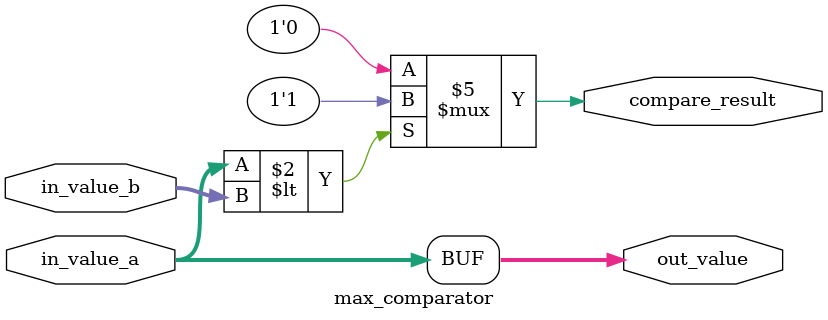
<source format=v>
`timescale 1ns / 1ps

module max_comparator(in_value_a, in_value_b, compare_result, out_value);
input signed [0:12] in_value_a; // value a + index 8+5 bits
input signed [0:12] in_value_b; // value b+ index 8+5 bits
output reg  compare_result; // binary 1 or 0
output reg [0:12] out_value; // value+index

always @(in_value_a or in_value_b)
begin
if(in_value_a<in_value_b)
    compare_result <= 1;
else 
    compare_result <= 0;

if(compare_result)	out_value <= in_value_b;
else out_value <= in_value_a;
end

endmodule

</source>
